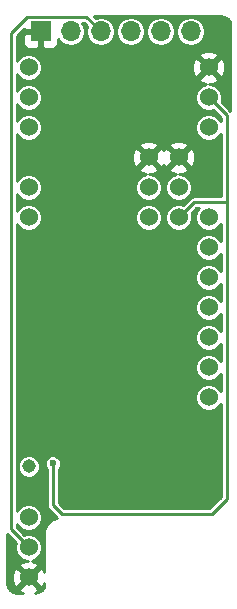
<source format=gbl>
G04 #@! TF.FileFunction,Copper,L2,Bot,Signal*
%FSLAX46Y46*%
G04 Gerber Fmt 4.6, Leading zero omitted, Abs format (unit mm)*
G04 Created by KiCad (PCBNEW 4.0.4-stable) date Monday, 09. January 2017 'u29' 17:29:47*
%MOMM*%
%LPD*%
G01*
G04 APERTURE LIST*
%ADD10C,0.200000*%
%ADD11R,1.700000X1.700000*%
%ADD12O,1.700000X1.700000*%
%ADD13C,1.143000*%
%ADD14C,1.524000*%
%ADD15C,0.600000*%
%ADD16C,0.254000*%
G04 APERTURE END LIST*
D10*
D11*
X142240000Y-81026000D03*
D12*
X144780000Y-81026000D03*
X147320000Y-81026000D03*
X149860000Y-81026000D03*
X152400000Y-81026000D03*
X154940000Y-81026000D03*
D13*
X141224000Y-117856000D03*
D14*
X141224000Y-84074000D03*
X141224000Y-86614000D03*
X141224000Y-94234000D03*
X141224000Y-96774000D03*
X156464000Y-109474000D03*
X156464000Y-106934000D03*
X156464000Y-104394000D03*
X156464000Y-101854000D03*
X156464000Y-89154000D03*
X156464000Y-86614000D03*
X156464000Y-84074000D03*
X153924000Y-91694000D03*
X153924000Y-94234000D03*
X153924000Y-96774000D03*
X151384000Y-91694000D03*
X151384000Y-94234000D03*
X151384000Y-96774000D03*
X141224000Y-124714000D03*
X141224000Y-122174000D03*
X156464000Y-99314000D03*
X156464000Y-96774000D03*
X156464000Y-112014000D03*
X141224000Y-127254000D03*
X141224000Y-89154000D03*
D15*
X145288000Y-113030000D03*
X142748000Y-112268000D03*
X146812000Y-111760000D03*
X150368000Y-112522000D03*
X152908000Y-110236000D03*
X150876000Y-109220000D03*
X148844000Y-109728000D03*
X144780000Y-110744000D03*
X140970000Y-111252000D03*
X143764000Y-108712000D03*
X146304000Y-108712000D03*
X147574000Y-106680000D03*
X151638000Y-107442000D03*
X153670000Y-104394000D03*
X151892000Y-103886000D03*
X148844000Y-105156000D03*
X149098000Y-102870000D03*
X144780000Y-106934000D03*
X141478000Y-107950000D03*
X144018000Y-104902000D03*
X146050000Y-103124000D03*
X141732000Y-103378000D03*
X143256000Y-117602000D03*
D16*
X142748000Y-112268000D02*
X144526000Y-112268000D01*
X144526000Y-112268000D02*
X145288000Y-113030000D01*
X150368000Y-112522000D02*
X147574000Y-112522000D01*
X147574000Y-112522000D02*
X146812000Y-111760000D01*
X150876000Y-109220000D02*
X151892000Y-109220000D01*
X151892000Y-109220000D02*
X152908000Y-110236000D01*
X144780000Y-110744000D02*
X145796000Y-109728000D01*
X145796000Y-109728000D02*
X148844000Y-109728000D01*
X143764000Y-108712000D02*
X141224000Y-111252000D01*
X141224000Y-111252000D02*
X140970000Y-111252000D01*
X147574000Y-106680000D02*
X147574000Y-107442000D01*
X147574000Y-107442000D02*
X146304000Y-108712000D01*
X153670000Y-104394000D02*
X153670000Y-105410000D01*
X153670000Y-105410000D02*
X151638000Y-107442000D01*
X148844000Y-105156000D02*
X150114000Y-103886000D01*
X150114000Y-103886000D02*
X151892000Y-103886000D01*
X144780000Y-106934000D02*
X148844000Y-102870000D01*
X148844000Y-102870000D02*
X149098000Y-102870000D01*
X144018000Y-104902000D02*
X144018000Y-105410000D01*
X144018000Y-105410000D02*
X141478000Y-107950000D01*
X141732000Y-103378000D02*
X145796000Y-103378000D01*
X145796000Y-103378000D02*
X146050000Y-103124000D01*
X157988000Y-88138000D02*
X157988000Y-95504000D01*
X157988000Y-95504000D02*
X157988000Y-120650000D01*
X153924000Y-96774000D02*
X155194000Y-95504000D01*
X155194000Y-95504000D02*
X157988000Y-95504000D01*
X156464000Y-86614000D02*
X157988000Y-88138000D01*
X157988000Y-120650000D02*
X156718000Y-121920000D01*
X144018000Y-121920000D02*
X143256000Y-121158000D01*
X156718000Y-121920000D02*
X144018000Y-121920000D01*
X143256000Y-121158000D02*
X143256000Y-120650000D01*
X143256000Y-120650000D02*
X143256000Y-117602000D01*
X141224000Y-124714000D02*
X139700000Y-123190000D01*
X141085199Y-79794999D02*
X146088999Y-79794999D01*
X139700000Y-123190000D02*
X139700000Y-81180198D01*
X139700000Y-81180198D02*
X141085199Y-79794999D01*
X146088999Y-79794999D02*
X147320000Y-81026000D01*
G36*
X157789989Y-79769618D02*
X158052785Y-79945213D01*
X158228382Y-80208011D01*
X158294000Y-80537897D01*
X158294000Y-87725579D01*
X157549286Y-86980866D01*
X157606801Y-86842354D01*
X157607198Y-86387641D01*
X157433554Y-85967388D01*
X157112303Y-85645577D01*
X156692354Y-85471199D01*
X156498340Y-85471030D01*
X156811368Y-85455362D01*
X157195143Y-85296397D01*
X157264608Y-85054213D01*
X156464000Y-84253605D01*
X155663392Y-85054213D01*
X155732857Y-85296397D01*
X156230258Y-85473852D01*
X155817388Y-85644446D01*
X155495577Y-85965697D01*
X155321199Y-86385646D01*
X155320802Y-86840359D01*
X155494446Y-87260612D01*
X155815697Y-87582423D01*
X156235646Y-87756801D01*
X156690359Y-87757198D01*
X156830764Y-87699184D01*
X157480000Y-88348421D01*
X157480000Y-88619797D01*
X157433554Y-88507388D01*
X157112303Y-88185577D01*
X156692354Y-88011199D01*
X156237641Y-88010802D01*
X155817388Y-88184446D01*
X155495577Y-88505697D01*
X155321199Y-88925646D01*
X155320802Y-89380359D01*
X155494446Y-89800612D01*
X155815697Y-90122423D01*
X156235646Y-90296801D01*
X156690359Y-90297198D01*
X157110612Y-90123554D01*
X157432423Y-89802303D01*
X157480000Y-89687725D01*
X157480000Y-94996000D01*
X155194000Y-94996000D01*
X155031850Y-95028254D01*
X154999596Y-95034669D01*
X154834790Y-95144790D01*
X154290866Y-95688714D01*
X154152354Y-95631199D01*
X153697641Y-95630802D01*
X153277388Y-95804446D01*
X152955577Y-96125697D01*
X152781199Y-96545646D01*
X152780802Y-97000359D01*
X152954446Y-97420612D01*
X153275697Y-97742423D01*
X153695646Y-97916801D01*
X154150359Y-97917198D01*
X154570612Y-97743554D01*
X154892423Y-97422303D01*
X155066801Y-97002354D01*
X155067198Y-96547641D01*
X155009184Y-96407236D01*
X155404420Y-96012000D01*
X155609472Y-96012000D01*
X155495577Y-96125697D01*
X155321199Y-96545646D01*
X155320802Y-97000359D01*
X155494446Y-97420612D01*
X155815697Y-97742423D01*
X156235646Y-97916801D01*
X156690359Y-97917198D01*
X157110612Y-97743554D01*
X157432423Y-97422303D01*
X157480000Y-97307725D01*
X157480000Y-98779797D01*
X157433554Y-98667388D01*
X157112303Y-98345577D01*
X156692354Y-98171199D01*
X156237641Y-98170802D01*
X155817388Y-98344446D01*
X155495577Y-98665697D01*
X155321199Y-99085646D01*
X155320802Y-99540359D01*
X155494446Y-99960612D01*
X155815697Y-100282423D01*
X156235646Y-100456801D01*
X156690359Y-100457198D01*
X157110612Y-100283554D01*
X157432423Y-99962303D01*
X157480000Y-99847725D01*
X157480000Y-101319797D01*
X157433554Y-101207388D01*
X157112303Y-100885577D01*
X156692354Y-100711199D01*
X156237641Y-100710802D01*
X155817388Y-100884446D01*
X155495577Y-101205697D01*
X155321199Y-101625646D01*
X155320802Y-102080359D01*
X155494446Y-102500612D01*
X155815697Y-102822423D01*
X156235646Y-102996801D01*
X156690359Y-102997198D01*
X157110612Y-102823554D01*
X157432423Y-102502303D01*
X157480000Y-102387725D01*
X157480000Y-103859797D01*
X157433554Y-103747388D01*
X157112303Y-103425577D01*
X156692354Y-103251199D01*
X156237641Y-103250802D01*
X155817388Y-103424446D01*
X155495577Y-103745697D01*
X155321199Y-104165646D01*
X155320802Y-104620359D01*
X155494446Y-105040612D01*
X155815697Y-105362423D01*
X156235646Y-105536801D01*
X156690359Y-105537198D01*
X157110612Y-105363554D01*
X157432423Y-105042303D01*
X157480000Y-104927725D01*
X157480000Y-106399797D01*
X157433554Y-106287388D01*
X157112303Y-105965577D01*
X156692354Y-105791199D01*
X156237641Y-105790802D01*
X155817388Y-105964446D01*
X155495577Y-106285697D01*
X155321199Y-106705646D01*
X155320802Y-107160359D01*
X155494446Y-107580612D01*
X155815697Y-107902423D01*
X156235646Y-108076801D01*
X156690359Y-108077198D01*
X157110612Y-107903554D01*
X157432423Y-107582303D01*
X157480000Y-107467725D01*
X157480000Y-108939797D01*
X157433554Y-108827388D01*
X157112303Y-108505577D01*
X156692354Y-108331199D01*
X156237641Y-108330802D01*
X155817388Y-108504446D01*
X155495577Y-108825697D01*
X155321199Y-109245646D01*
X155320802Y-109700359D01*
X155494446Y-110120612D01*
X155815697Y-110442423D01*
X156235646Y-110616801D01*
X156690359Y-110617198D01*
X157110612Y-110443554D01*
X157432423Y-110122303D01*
X157480000Y-110007725D01*
X157480000Y-111479797D01*
X157433554Y-111367388D01*
X157112303Y-111045577D01*
X156692354Y-110871199D01*
X156237641Y-110870802D01*
X155817388Y-111044446D01*
X155495577Y-111365697D01*
X155321199Y-111785646D01*
X155320802Y-112240359D01*
X155494446Y-112660612D01*
X155815697Y-112982423D01*
X156235646Y-113156801D01*
X156690359Y-113157198D01*
X157110612Y-112983554D01*
X157432423Y-112662303D01*
X157480000Y-112547725D01*
X157480000Y-120439580D01*
X156507580Y-121412000D01*
X144228420Y-121412000D01*
X143764000Y-120947580D01*
X143764000Y-118057126D01*
X143832987Y-117988259D01*
X143936882Y-117738054D01*
X143937118Y-117467135D01*
X143833661Y-117216748D01*
X143642259Y-117025013D01*
X143392054Y-116921118D01*
X143121135Y-116920882D01*
X142870748Y-117024339D01*
X142679013Y-117215741D01*
X142575118Y-117465946D01*
X142574882Y-117736865D01*
X142678339Y-117987252D01*
X142748000Y-118057034D01*
X142748000Y-121158000D01*
X142786669Y-121352403D01*
X142896790Y-121517210D01*
X143628562Y-122248982D01*
X143335786Y-122307219D01*
X143335785Y-122307219D01*
X143262969Y-122337381D01*
X142933354Y-122557623D01*
X142905489Y-122585489D01*
X142877623Y-122613354D01*
X142657381Y-122942968D01*
X142627219Y-123015785D01*
X142627219Y-123015786D01*
X142549881Y-123404592D01*
X142549881Y-123424488D01*
X142546000Y-123444000D01*
X142546000Y-126763320D01*
X142446397Y-126522857D01*
X142204213Y-126453392D01*
X141403605Y-127254000D01*
X142204213Y-128054608D01*
X142446397Y-127985143D01*
X142546000Y-127705959D01*
X142546000Y-127742103D01*
X142480382Y-128071989D01*
X142304785Y-128334787D01*
X142041989Y-128510382D01*
X141717061Y-128575014D01*
X141955143Y-128476397D01*
X142024608Y-128234213D01*
X141224000Y-127433605D01*
X140423392Y-128234213D01*
X140492857Y-128476397D01*
X140772041Y-128576000D01*
X140227897Y-128576000D01*
X139898011Y-128510382D01*
X139635213Y-128334785D01*
X139459618Y-128071989D01*
X139394000Y-127742103D01*
X139394000Y-127046302D01*
X139814856Y-127046302D01*
X139842638Y-127601368D01*
X140001603Y-127985143D01*
X140243787Y-128054608D01*
X141044395Y-127254000D01*
X140243787Y-126453392D01*
X140001603Y-126522857D01*
X139814856Y-127046302D01*
X139394000Y-127046302D01*
X139394000Y-123602420D01*
X140138714Y-124347135D01*
X140081199Y-124485646D01*
X140080802Y-124940359D01*
X140254446Y-125360612D01*
X140575697Y-125682423D01*
X140995646Y-125856801D01*
X141189660Y-125856970D01*
X140876632Y-125872638D01*
X140492857Y-126031603D01*
X140423392Y-126273787D01*
X141224000Y-127074395D01*
X142024608Y-126273787D01*
X141955143Y-126031603D01*
X141457742Y-125854148D01*
X141870612Y-125683554D01*
X142192423Y-125362303D01*
X142366801Y-124942354D01*
X142367198Y-124487641D01*
X142193554Y-124067388D01*
X141872303Y-123745577D01*
X141452354Y-123571199D01*
X140997641Y-123570802D01*
X140857236Y-123628816D01*
X140208000Y-122979580D01*
X140208000Y-122708203D01*
X140254446Y-122820612D01*
X140575697Y-123142423D01*
X140995646Y-123316801D01*
X141450359Y-123317198D01*
X141870612Y-123143554D01*
X142192423Y-122822303D01*
X142366801Y-122402354D01*
X142367198Y-121947641D01*
X142193554Y-121527388D01*
X141872303Y-121205577D01*
X141452354Y-121031199D01*
X140997641Y-121030802D01*
X140577388Y-121204446D01*
X140255577Y-121525697D01*
X140208000Y-121640275D01*
X140208000Y-118044633D01*
X140271335Y-118044633D01*
X140416039Y-118394843D01*
X140683747Y-118663020D01*
X141033705Y-118808335D01*
X141412633Y-118808665D01*
X141762843Y-118663961D01*
X142031020Y-118396253D01*
X142176335Y-118046295D01*
X142176665Y-117667367D01*
X142031961Y-117317157D01*
X141764253Y-117048980D01*
X141414295Y-116903665D01*
X141035367Y-116903335D01*
X140685157Y-117048039D01*
X140416980Y-117315747D01*
X140271665Y-117665705D01*
X140271335Y-118044633D01*
X140208000Y-118044633D01*
X140208000Y-97308203D01*
X140254446Y-97420612D01*
X140575697Y-97742423D01*
X140995646Y-97916801D01*
X141450359Y-97917198D01*
X141870612Y-97743554D01*
X142192423Y-97422303D01*
X142366801Y-97002354D01*
X142366802Y-97000359D01*
X150240802Y-97000359D01*
X150414446Y-97420612D01*
X150735697Y-97742423D01*
X151155646Y-97916801D01*
X151610359Y-97917198D01*
X152030612Y-97743554D01*
X152352423Y-97422303D01*
X152526801Y-97002354D01*
X152527198Y-96547641D01*
X152353554Y-96127388D01*
X152032303Y-95805577D01*
X151612354Y-95631199D01*
X151157641Y-95630802D01*
X150737388Y-95804446D01*
X150415577Y-96125697D01*
X150241199Y-96545646D01*
X150240802Y-97000359D01*
X142366802Y-97000359D01*
X142367198Y-96547641D01*
X142193554Y-96127388D01*
X141872303Y-95805577D01*
X141452354Y-95631199D01*
X140997641Y-95630802D01*
X140577388Y-95804446D01*
X140255577Y-96125697D01*
X140208000Y-96240275D01*
X140208000Y-94768203D01*
X140254446Y-94880612D01*
X140575697Y-95202423D01*
X140995646Y-95376801D01*
X141450359Y-95377198D01*
X141870612Y-95203554D01*
X142192423Y-94882303D01*
X142366801Y-94462354D01*
X142366802Y-94460359D01*
X150240802Y-94460359D01*
X150414446Y-94880612D01*
X150735697Y-95202423D01*
X151155646Y-95376801D01*
X151610359Y-95377198D01*
X152030612Y-95203554D01*
X152352423Y-94882303D01*
X152526801Y-94462354D01*
X152526802Y-94460359D01*
X152780802Y-94460359D01*
X152954446Y-94880612D01*
X153275697Y-95202423D01*
X153695646Y-95376801D01*
X154150359Y-95377198D01*
X154570612Y-95203554D01*
X154892423Y-94882303D01*
X155066801Y-94462354D01*
X155067198Y-94007641D01*
X154893554Y-93587388D01*
X154572303Y-93265577D01*
X154152354Y-93091199D01*
X153958340Y-93091030D01*
X154271368Y-93075362D01*
X154655143Y-92916397D01*
X154724608Y-92674213D01*
X153924000Y-91873605D01*
X153123392Y-92674213D01*
X153192857Y-92916397D01*
X153690258Y-93093852D01*
X153277388Y-93264446D01*
X152955577Y-93585697D01*
X152781199Y-94005646D01*
X152780802Y-94460359D01*
X152526802Y-94460359D01*
X152527198Y-94007641D01*
X152353554Y-93587388D01*
X152032303Y-93265577D01*
X151612354Y-93091199D01*
X151418340Y-93091030D01*
X151731368Y-93075362D01*
X152115143Y-92916397D01*
X152184608Y-92674213D01*
X151384000Y-91873605D01*
X150583392Y-92674213D01*
X150652857Y-92916397D01*
X151150258Y-93093852D01*
X150737388Y-93264446D01*
X150415577Y-93585697D01*
X150241199Y-94005646D01*
X150240802Y-94460359D01*
X142366802Y-94460359D01*
X142367198Y-94007641D01*
X142193554Y-93587388D01*
X141872303Y-93265577D01*
X141452354Y-93091199D01*
X140997641Y-93090802D01*
X140577388Y-93264446D01*
X140255577Y-93585697D01*
X140208000Y-93700275D01*
X140208000Y-91486302D01*
X149974856Y-91486302D01*
X150002638Y-92041368D01*
X150161603Y-92425143D01*
X150403787Y-92494608D01*
X151204395Y-91694000D01*
X151563605Y-91694000D01*
X152364213Y-92494608D01*
X152606397Y-92425143D01*
X152650453Y-92301656D01*
X152701603Y-92425143D01*
X152943787Y-92494608D01*
X153744395Y-91694000D01*
X154103605Y-91694000D01*
X154904213Y-92494608D01*
X155146397Y-92425143D01*
X155333144Y-91901698D01*
X155305362Y-91346632D01*
X155146397Y-90962857D01*
X154904213Y-90893392D01*
X154103605Y-91694000D01*
X153744395Y-91694000D01*
X152943787Y-90893392D01*
X152701603Y-90962857D01*
X152657547Y-91086344D01*
X152606397Y-90962857D01*
X152364213Y-90893392D01*
X151563605Y-91694000D01*
X151204395Y-91694000D01*
X150403787Y-90893392D01*
X150161603Y-90962857D01*
X149974856Y-91486302D01*
X140208000Y-91486302D01*
X140208000Y-90713787D01*
X150583392Y-90713787D01*
X151384000Y-91514395D01*
X152184608Y-90713787D01*
X153123392Y-90713787D01*
X153924000Y-91514395D01*
X154724608Y-90713787D01*
X154655143Y-90471603D01*
X154131698Y-90284856D01*
X153576632Y-90312638D01*
X153192857Y-90471603D01*
X153123392Y-90713787D01*
X152184608Y-90713787D01*
X152115143Y-90471603D01*
X151591698Y-90284856D01*
X151036632Y-90312638D01*
X150652857Y-90471603D01*
X150583392Y-90713787D01*
X140208000Y-90713787D01*
X140208000Y-89688203D01*
X140254446Y-89800612D01*
X140575697Y-90122423D01*
X140995646Y-90296801D01*
X141450359Y-90297198D01*
X141870612Y-90123554D01*
X142192423Y-89802303D01*
X142366801Y-89382354D01*
X142367198Y-88927641D01*
X142193554Y-88507388D01*
X141872303Y-88185577D01*
X141452354Y-88011199D01*
X140997641Y-88010802D01*
X140577388Y-88184446D01*
X140255577Y-88505697D01*
X140208000Y-88620275D01*
X140208000Y-87148203D01*
X140254446Y-87260612D01*
X140575697Y-87582423D01*
X140995646Y-87756801D01*
X141450359Y-87757198D01*
X141870612Y-87583554D01*
X142192423Y-87262303D01*
X142366801Y-86842354D01*
X142367198Y-86387641D01*
X142193554Y-85967388D01*
X141872303Y-85645577D01*
X141452354Y-85471199D01*
X140997641Y-85470802D01*
X140577388Y-85644446D01*
X140255577Y-85965697D01*
X140208000Y-86080275D01*
X140208000Y-84608203D01*
X140254446Y-84720612D01*
X140575697Y-85042423D01*
X140995646Y-85216801D01*
X141450359Y-85217198D01*
X141870612Y-85043554D01*
X142192423Y-84722303D01*
X142366801Y-84302354D01*
X142367181Y-83866302D01*
X155054856Y-83866302D01*
X155082638Y-84421368D01*
X155241603Y-84805143D01*
X155483787Y-84874608D01*
X156284395Y-84074000D01*
X156643605Y-84074000D01*
X157444213Y-84874608D01*
X157686397Y-84805143D01*
X157873144Y-84281698D01*
X157845362Y-83726632D01*
X157686397Y-83342857D01*
X157444213Y-83273392D01*
X156643605Y-84074000D01*
X156284395Y-84074000D01*
X155483787Y-83273392D01*
X155241603Y-83342857D01*
X155054856Y-83866302D01*
X142367181Y-83866302D01*
X142367198Y-83847641D01*
X142193554Y-83427388D01*
X141872303Y-83105577D01*
X141843910Y-83093787D01*
X155663392Y-83093787D01*
X156464000Y-83894395D01*
X157264608Y-83093787D01*
X157195143Y-82851603D01*
X156671698Y-82664856D01*
X156116632Y-82692638D01*
X155732857Y-82851603D01*
X155663392Y-83093787D01*
X141843910Y-83093787D01*
X141452354Y-82931199D01*
X140997641Y-82930802D01*
X140577388Y-83104446D01*
X140255577Y-83425697D01*
X140208000Y-83540275D01*
X140208000Y-81390618D01*
X140286868Y-81311750D01*
X140755000Y-81311750D01*
X140755000Y-82002309D01*
X140851673Y-82235698D01*
X141030301Y-82414327D01*
X141263690Y-82511000D01*
X141954250Y-82511000D01*
X142113000Y-82352250D01*
X142113000Y-81153000D01*
X140913750Y-81153000D01*
X140755000Y-81311750D01*
X140286868Y-81311750D01*
X140806684Y-80791934D01*
X140913750Y-80899000D01*
X142113000Y-80899000D01*
X142113000Y-80879000D01*
X142367000Y-80879000D01*
X142367000Y-80899000D01*
X142387000Y-80899000D01*
X142387000Y-81153000D01*
X142367000Y-81153000D01*
X142367000Y-82352250D01*
X142525750Y-82511000D01*
X143216310Y-82511000D01*
X143449699Y-82414327D01*
X143628327Y-82235698D01*
X143725000Y-82002309D01*
X143725000Y-81644364D01*
X143909552Y-81920565D01*
X144308917Y-82187413D01*
X144780000Y-82281117D01*
X145251083Y-82187413D01*
X145650448Y-81920565D01*
X145917296Y-81521200D01*
X146011000Y-81050117D01*
X146011000Y-81001883D01*
X145917296Y-80530800D01*
X145765084Y-80302999D01*
X145878579Y-80302999D01*
X146170041Y-80594461D01*
X146089000Y-81001883D01*
X146089000Y-81050117D01*
X146182704Y-81521200D01*
X146449552Y-81920565D01*
X146848917Y-82187413D01*
X147320000Y-82281117D01*
X147791083Y-82187413D01*
X148190448Y-81920565D01*
X148457296Y-81521200D01*
X148551000Y-81050117D01*
X148551000Y-81001883D01*
X148629000Y-81001883D01*
X148629000Y-81050117D01*
X148722704Y-81521200D01*
X148989552Y-81920565D01*
X149388917Y-82187413D01*
X149860000Y-82281117D01*
X150331083Y-82187413D01*
X150730448Y-81920565D01*
X150997296Y-81521200D01*
X151091000Y-81050117D01*
X151091000Y-81001883D01*
X151169000Y-81001883D01*
X151169000Y-81050117D01*
X151262704Y-81521200D01*
X151529552Y-81920565D01*
X151928917Y-82187413D01*
X152400000Y-82281117D01*
X152871083Y-82187413D01*
X153270448Y-81920565D01*
X153537296Y-81521200D01*
X153631000Y-81050117D01*
X153631000Y-81001883D01*
X153709000Y-81001883D01*
X153709000Y-81050117D01*
X153802704Y-81521200D01*
X154069552Y-81920565D01*
X154468917Y-82187413D01*
X154940000Y-82281117D01*
X155411083Y-82187413D01*
X155810448Y-81920565D01*
X156077296Y-81521200D01*
X156171000Y-81050117D01*
X156171000Y-81001883D01*
X156077296Y-80530800D01*
X155810448Y-80131435D01*
X155411083Y-79864587D01*
X154940000Y-79770883D01*
X154468917Y-79864587D01*
X154069552Y-80131435D01*
X153802704Y-80530800D01*
X153709000Y-81001883D01*
X153631000Y-81001883D01*
X153537296Y-80530800D01*
X153270448Y-80131435D01*
X152871083Y-79864587D01*
X152400000Y-79770883D01*
X151928917Y-79864587D01*
X151529552Y-80131435D01*
X151262704Y-80530800D01*
X151169000Y-81001883D01*
X151091000Y-81001883D01*
X150997296Y-80530800D01*
X150730448Y-80131435D01*
X150331083Y-79864587D01*
X149860000Y-79770883D01*
X149388917Y-79864587D01*
X148989552Y-80131435D01*
X148722704Y-80530800D01*
X148629000Y-81001883D01*
X148551000Y-81001883D01*
X148457296Y-80530800D01*
X148190448Y-80131435D01*
X147791083Y-79864587D01*
X147320000Y-79770883D01*
X146872347Y-79859927D01*
X146716420Y-79704000D01*
X157460103Y-79704000D01*
X157789989Y-79769618D01*
X157789989Y-79769618D01*
G37*
X157789989Y-79769618D02*
X158052785Y-79945213D01*
X158228382Y-80208011D01*
X158294000Y-80537897D01*
X158294000Y-87725579D01*
X157549286Y-86980866D01*
X157606801Y-86842354D01*
X157607198Y-86387641D01*
X157433554Y-85967388D01*
X157112303Y-85645577D01*
X156692354Y-85471199D01*
X156498340Y-85471030D01*
X156811368Y-85455362D01*
X157195143Y-85296397D01*
X157264608Y-85054213D01*
X156464000Y-84253605D01*
X155663392Y-85054213D01*
X155732857Y-85296397D01*
X156230258Y-85473852D01*
X155817388Y-85644446D01*
X155495577Y-85965697D01*
X155321199Y-86385646D01*
X155320802Y-86840359D01*
X155494446Y-87260612D01*
X155815697Y-87582423D01*
X156235646Y-87756801D01*
X156690359Y-87757198D01*
X156830764Y-87699184D01*
X157480000Y-88348421D01*
X157480000Y-88619797D01*
X157433554Y-88507388D01*
X157112303Y-88185577D01*
X156692354Y-88011199D01*
X156237641Y-88010802D01*
X155817388Y-88184446D01*
X155495577Y-88505697D01*
X155321199Y-88925646D01*
X155320802Y-89380359D01*
X155494446Y-89800612D01*
X155815697Y-90122423D01*
X156235646Y-90296801D01*
X156690359Y-90297198D01*
X157110612Y-90123554D01*
X157432423Y-89802303D01*
X157480000Y-89687725D01*
X157480000Y-94996000D01*
X155194000Y-94996000D01*
X155031850Y-95028254D01*
X154999596Y-95034669D01*
X154834790Y-95144790D01*
X154290866Y-95688714D01*
X154152354Y-95631199D01*
X153697641Y-95630802D01*
X153277388Y-95804446D01*
X152955577Y-96125697D01*
X152781199Y-96545646D01*
X152780802Y-97000359D01*
X152954446Y-97420612D01*
X153275697Y-97742423D01*
X153695646Y-97916801D01*
X154150359Y-97917198D01*
X154570612Y-97743554D01*
X154892423Y-97422303D01*
X155066801Y-97002354D01*
X155067198Y-96547641D01*
X155009184Y-96407236D01*
X155404420Y-96012000D01*
X155609472Y-96012000D01*
X155495577Y-96125697D01*
X155321199Y-96545646D01*
X155320802Y-97000359D01*
X155494446Y-97420612D01*
X155815697Y-97742423D01*
X156235646Y-97916801D01*
X156690359Y-97917198D01*
X157110612Y-97743554D01*
X157432423Y-97422303D01*
X157480000Y-97307725D01*
X157480000Y-98779797D01*
X157433554Y-98667388D01*
X157112303Y-98345577D01*
X156692354Y-98171199D01*
X156237641Y-98170802D01*
X155817388Y-98344446D01*
X155495577Y-98665697D01*
X155321199Y-99085646D01*
X155320802Y-99540359D01*
X155494446Y-99960612D01*
X155815697Y-100282423D01*
X156235646Y-100456801D01*
X156690359Y-100457198D01*
X157110612Y-100283554D01*
X157432423Y-99962303D01*
X157480000Y-99847725D01*
X157480000Y-101319797D01*
X157433554Y-101207388D01*
X157112303Y-100885577D01*
X156692354Y-100711199D01*
X156237641Y-100710802D01*
X155817388Y-100884446D01*
X155495577Y-101205697D01*
X155321199Y-101625646D01*
X155320802Y-102080359D01*
X155494446Y-102500612D01*
X155815697Y-102822423D01*
X156235646Y-102996801D01*
X156690359Y-102997198D01*
X157110612Y-102823554D01*
X157432423Y-102502303D01*
X157480000Y-102387725D01*
X157480000Y-103859797D01*
X157433554Y-103747388D01*
X157112303Y-103425577D01*
X156692354Y-103251199D01*
X156237641Y-103250802D01*
X155817388Y-103424446D01*
X155495577Y-103745697D01*
X155321199Y-104165646D01*
X155320802Y-104620359D01*
X155494446Y-105040612D01*
X155815697Y-105362423D01*
X156235646Y-105536801D01*
X156690359Y-105537198D01*
X157110612Y-105363554D01*
X157432423Y-105042303D01*
X157480000Y-104927725D01*
X157480000Y-106399797D01*
X157433554Y-106287388D01*
X157112303Y-105965577D01*
X156692354Y-105791199D01*
X156237641Y-105790802D01*
X155817388Y-105964446D01*
X155495577Y-106285697D01*
X155321199Y-106705646D01*
X155320802Y-107160359D01*
X155494446Y-107580612D01*
X155815697Y-107902423D01*
X156235646Y-108076801D01*
X156690359Y-108077198D01*
X157110612Y-107903554D01*
X157432423Y-107582303D01*
X157480000Y-107467725D01*
X157480000Y-108939797D01*
X157433554Y-108827388D01*
X157112303Y-108505577D01*
X156692354Y-108331199D01*
X156237641Y-108330802D01*
X155817388Y-108504446D01*
X155495577Y-108825697D01*
X155321199Y-109245646D01*
X155320802Y-109700359D01*
X155494446Y-110120612D01*
X155815697Y-110442423D01*
X156235646Y-110616801D01*
X156690359Y-110617198D01*
X157110612Y-110443554D01*
X157432423Y-110122303D01*
X157480000Y-110007725D01*
X157480000Y-111479797D01*
X157433554Y-111367388D01*
X157112303Y-111045577D01*
X156692354Y-110871199D01*
X156237641Y-110870802D01*
X155817388Y-111044446D01*
X155495577Y-111365697D01*
X155321199Y-111785646D01*
X155320802Y-112240359D01*
X155494446Y-112660612D01*
X155815697Y-112982423D01*
X156235646Y-113156801D01*
X156690359Y-113157198D01*
X157110612Y-112983554D01*
X157432423Y-112662303D01*
X157480000Y-112547725D01*
X157480000Y-120439580D01*
X156507580Y-121412000D01*
X144228420Y-121412000D01*
X143764000Y-120947580D01*
X143764000Y-118057126D01*
X143832987Y-117988259D01*
X143936882Y-117738054D01*
X143937118Y-117467135D01*
X143833661Y-117216748D01*
X143642259Y-117025013D01*
X143392054Y-116921118D01*
X143121135Y-116920882D01*
X142870748Y-117024339D01*
X142679013Y-117215741D01*
X142575118Y-117465946D01*
X142574882Y-117736865D01*
X142678339Y-117987252D01*
X142748000Y-118057034D01*
X142748000Y-121158000D01*
X142786669Y-121352403D01*
X142896790Y-121517210D01*
X143628562Y-122248982D01*
X143335786Y-122307219D01*
X143335785Y-122307219D01*
X143262969Y-122337381D01*
X142933354Y-122557623D01*
X142905489Y-122585489D01*
X142877623Y-122613354D01*
X142657381Y-122942968D01*
X142627219Y-123015785D01*
X142627219Y-123015786D01*
X142549881Y-123404592D01*
X142549881Y-123424488D01*
X142546000Y-123444000D01*
X142546000Y-126763320D01*
X142446397Y-126522857D01*
X142204213Y-126453392D01*
X141403605Y-127254000D01*
X142204213Y-128054608D01*
X142446397Y-127985143D01*
X142546000Y-127705959D01*
X142546000Y-127742103D01*
X142480382Y-128071989D01*
X142304785Y-128334787D01*
X142041989Y-128510382D01*
X141717061Y-128575014D01*
X141955143Y-128476397D01*
X142024608Y-128234213D01*
X141224000Y-127433605D01*
X140423392Y-128234213D01*
X140492857Y-128476397D01*
X140772041Y-128576000D01*
X140227897Y-128576000D01*
X139898011Y-128510382D01*
X139635213Y-128334785D01*
X139459618Y-128071989D01*
X139394000Y-127742103D01*
X139394000Y-127046302D01*
X139814856Y-127046302D01*
X139842638Y-127601368D01*
X140001603Y-127985143D01*
X140243787Y-128054608D01*
X141044395Y-127254000D01*
X140243787Y-126453392D01*
X140001603Y-126522857D01*
X139814856Y-127046302D01*
X139394000Y-127046302D01*
X139394000Y-123602420D01*
X140138714Y-124347135D01*
X140081199Y-124485646D01*
X140080802Y-124940359D01*
X140254446Y-125360612D01*
X140575697Y-125682423D01*
X140995646Y-125856801D01*
X141189660Y-125856970D01*
X140876632Y-125872638D01*
X140492857Y-126031603D01*
X140423392Y-126273787D01*
X141224000Y-127074395D01*
X142024608Y-126273787D01*
X141955143Y-126031603D01*
X141457742Y-125854148D01*
X141870612Y-125683554D01*
X142192423Y-125362303D01*
X142366801Y-124942354D01*
X142367198Y-124487641D01*
X142193554Y-124067388D01*
X141872303Y-123745577D01*
X141452354Y-123571199D01*
X140997641Y-123570802D01*
X140857236Y-123628816D01*
X140208000Y-122979580D01*
X140208000Y-122708203D01*
X140254446Y-122820612D01*
X140575697Y-123142423D01*
X140995646Y-123316801D01*
X141450359Y-123317198D01*
X141870612Y-123143554D01*
X142192423Y-122822303D01*
X142366801Y-122402354D01*
X142367198Y-121947641D01*
X142193554Y-121527388D01*
X141872303Y-121205577D01*
X141452354Y-121031199D01*
X140997641Y-121030802D01*
X140577388Y-121204446D01*
X140255577Y-121525697D01*
X140208000Y-121640275D01*
X140208000Y-118044633D01*
X140271335Y-118044633D01*
X140416039Y-118394843D01*
X140683747Y-118663020D01*
X141033705Y-118808335D01*
X141412633Y-118808665D01*
X141762843Y-118663961D01*
X142031020Y-118396253D01*
X142176335Y-118046295D01*
X142176665Y-117667367D01*
X142031961Y-117317157D01*
X141764253Y-117048980D01*
X141414295Y-116903665D01*
X141035367Y-116903335D01*
X140685157Y-117048039D01*
X140416980Y-117315747D01*
X140271665Y-117665705D01*
X140271335Y-118044633D01*
X140208000Y-118044633D01*
X140208000Y-97308203D01*
X140254446Y-97420612D01*
X140575697Y-97742423D01*
X140995646Y-97916801D01*
X141450359Y-97917198D01*
X141870612Y-97743554D01*
X142192423Y-97422303D01*
X142366801Y-97002354D01*
X142366802Y-97000359D01*
X150240802Y-97000359D01*
X150414446Y-97420612D01*
X150735697Y-97742423D01*
X151155646Y-97916801D01*
X151610359Y-97917198D01*
X152030612Y-97743554D01*
X152352423Y-97422303D01*
X152526801Y-97002354D01*
X152527198Y-96547641D01*
X152353554Y-96127388D01*
X152032303Y-95805577D01*
X151612354Y-95631199D01*
X151157641Y-95630802D01*
X150737388Y-95804446D01*
X150415577Y-96125697D01*
X150241199Y-96545646D01*
X150240802Y-97000359D01*
X142366802Y-97000359D01*
X142367198Y-96547641D01*
X142193554Y-96127388D01*
X141872303Y-95805577D01*
X141452354Y-95631199D01*
X140997641Y-95630802D01*
X140577388Y-95804446D01*
X140255577Y-96125697D01*
X140208000Y-96240275D01*
X140208000Y-94768203D01*
X140254446Y-94880612D01*
X140575697Y-95202423D01*
X140995646Y-95376801D01*
X141450359Y-95377198D01*
X141870612Y-95203554D01*
X142192423Y-94882303D01*
X142366801Y-94462354D01*
X142366802Y-94460359D01*
X150240802Y-94460359D01*
X150414446Y-94880612D01*
X150735697Y-95202423D01*
X151155646Y-95376801D01*
X151610359Y-95377198D01*
X152030612Y-95203554D01*
X152352423Y-94882303D01*
X152526801Y-94462354D01*
X152526802Y-94460359D01*
X152780802Y-94460359D01*
X152954446Y-94880612D01*
X153275697Y-95202423D01*
X153695646Y-95376801D01*
X154150359Y-95377198D01*
X154570612Y-95203554D01*
X154892423Y-94882303D01*
X155066801Y-94462354D01*
X155067198Y-94007641D01*
X154893554Y-93587388D01*
X154572303Y-93265577D01*
X154152354Y-93091199D01*
X153958340Y-93091030D01*
X154271368Y-93075362D01*
X154655143Y-92916397D01*
X154724608Y-92674213D01*
X153924000Y-91873605D01*
X153123392Y-92674213D01*
X153192857Y-92916397D01*
X153690258Y-93093852D01*
X153277388Y-93264446D01*
X152955577Y-93585697D01*
X152781199Y-94005646D01*
X152780802Y-94460359D01*
X152526802Y-94460359D01*
X152527198Y-94007641D01*
X152353554Y-93587388D01*
X152032303Y-93265577D01*
X151612354Y-93091199D01*
X151418340Y-93091030D01*
X151731368Y-93075362D01*
X152115143Y-92916397D01*
X152184608Y-92674213D01*
X151384000Y-91873605D01*
X150583392Y-92674213D01*
X150652857Y-92916397D01*
X151150258Y-93093852D01*
X150737388Y-93264446D01*
X150415577Y-93585697D01*
X150241199Y-94005646D01*
X150240802Y-94460359D01*
X142366802Y-94460359D01*
X142367198Y-94007641D01*
X142193554Y-93587388D01*
X141872303Y-93265577D01*
X141452354Y-93091199D01*
X140997641Y-93090802D01*
X140577388Y-93264446D01*
X140255577Y-93585697D01*
X140208000Y-93700275D01*
X140208000Y-91486302D01*
X149974856Y-91486302D01*
X150002638Y-92041368D01*
X150161603Y-92425143D01*
X150403787Y-92494608D01*
X151204395Y-91694000D01*
X151563605Y-91694000D01*
X152364213Y-92494608D01*
X152606397Y-92425143D01*
X152650453Y-92301656D01*
X152701603Y-92425143D01*
X152943787Y-92494608D01*
X153744395Y-91694000D01*
X154103605Y-91694000D01*
X154904213Y-92494608D01*
X155146397Y-92425143D01*
X155333144Y-91901698D01*
X155305362Y-91346632D01*
X155146397Y-90962857D01*
X154904213Y-90893392D01*
X154103605Y-91694000D01*
X153744395Y-91694000D01*
X152943787Y-90893392D01*
X152701603Y-90962857D01*
X152657547Y-91086344D01*
X152606397Y-90962857D01*
X152364213Y-90893392D01*
X151563605Y-91694000D01*
X151204395Y-91694000D01*
X150403787Y-90893392D01*
X150161603Y-90962857D01*
X149974856Y-91486302D01*
X140208000Y-91486302D01*
X140208000Y-90713787D01*
X150583392Y-90713787D01*
X151384000Y-91514395D01*
X152184608Y-90713787D01*
X153123392Y-90713787D01*
X153924000Y-91514395D01*
X154724608Y-90713787D01*
X154655143Y-90471603D01*
X154131698Y-90284856D01*
X153576632Y-90312638D01*
X153192857Y-90471603D01*
X153123392Y-90713787D01*
X152184608Y-90713787D01*
X152115143Y-90471603D01*
X151591698Y-90284856D01*
X151036632Y-90312638D01*
X150652857Y-90471603D01*
X150583392Y-90713787D01*
X140208000Y-90713787D01*
X140208000Y-89688203D01*
X140254446Y-89800612D01*
X140575697Y-90122423D01*
X140995646Y-90296801D01*
X141450359Y-90297198D01*
X141870612Y-90123554D01*
X142192423Y-89802303D01*
X142366801Y-89382354D01*
X142367198Y-88927641D01*
X142193554Y-88507388D01*
X141872303Y-88185577D01*
X141452354Y-88011199D01*
X140997641Y-88010802D01*
X140577388Y-88184446D01*
X140255577Y-88505697D01*
X140208000Y-88620275D01*
X140208000Y-87148203D01*
X140254446Y-87260612D01*
X140575697Y-87582423D01*
X140995646Y-87756801D01*
X141450359Y-87757198D01*
X141870612Y-87583554D01*
X142192423Y-87262303D01*
X142366801Y-86842354D01*
X142367198Y-86387641D01*
X142193554Y-85967388D01*
X141872303Y-85645577D01*
X141452354Y-85471199D01*
X140997641Y-85470802D01*
X140577388Y-85644446D01*
X140255577Y-85965697D01*
X140208000Y-86080275D01*
X140208000Y-84608203D01*
X140254446Y-84720612D01*
X140575697Y-85042423D01*
X140995646Y-85216801D01*
X141450359Y-85217198D01*
X141870612Y-85043554D01*
X142192423Y-84722303D01*
X142366801Y-84302354D01*
X142367181Y-83866302D01*
X155054856Y-83866302D01*
X155082638Y-84421368D01*
X155241603Y-84805143D01*
X155483787Y-84874608D01*
X156284395Y-84074000D01*
X156643605Y-84074000D01*
X157444213Y-84874608D01*
X157686397Y-84805143D01*
X157873144Y-84281698D01*
X157845362Y-83726632D01*
X157686397Y-83342857D01*
X157444213Y-83273392D01*
X156643605Y-84074000D01*
X156284395Y-84074000D01*
X155483787Y-83273392D01*
X155241603Y-83342857D01*
X155054856Y-83866302D01*
X142367181Y-83866302D01*
X142367198Y-83847641D01*
X142193554Y-83427388D01*
X141872303Y-83105577D01*
X141843910Y-83093787D01*
X155663392Y-83093787D01*
X156464000Y-83894395D01*
X157264608Y-83093787D01*
X157195143Y-82851603D01*
X156671698Y-82664856D01*
X156116632Y-82692638D01*
X155732857Y-82851603D01*
X155663392Y-83093787D01*
X141843910Y-83093787D01*
X141452354Y-82931199D01*
X140997641Y-82930802D01*
X140577388Y-83104446D01*
X140255577Y-83425697D01*
X140208000Y-83540275D01*
X140208000Y-81390618D01*
X140286868Y-81311750D01*
X140755000Y-81311750D01*
X140755000Y-82002309D01*
X140851673Y-82235698D01*
X141030301Y-82414327D01*
X141263690Y-82511000D01*
X141954250Y-82511000D01*
X142113000Y-82352250D01*
X142113000Y-81153000D01*
X140913750Y-81153000D01*
X140755000Y-81311750D01*
X140286868Y-81311750D01*
X140806684Y-80791934D01*
X140913750Y-80899000D01*
X142113000Y-80899000D01*
X142113000Y-80879000D01*
X142367000Y-80879000D01*
X142367000Y-80899000D01*
X142387000Y-80899000D01*
X142387000Y-81153000D01*
X142367000Y-81153000D01*
X142367000Y-82352250D01*
X142525750Y-82511000D01*
X143216310Y-82511000D01*
X143449699Y-82414327D01*
X143628327Y-82235698D01*
X143725000Y-82002309D01*
X143725000Y-81644364D01*
X143909552Y-81920565D01*
X144308917Y-82187413D01*
X144780000Y-82281117D01*
X145251083Y-82187413D01*
X145650448Y-81920565D01*
X145917296Y-81521200D01*
X146011000Y-81050117D01*
X146011000Y-81001883D01*
X145917296Y-80530800D01*
X145765084Y-80302999D01*
X145878579Y-80302999D01*
X146170041Y-80594461D01*
X146089000Y-81001883D01*
X146089000Y-81050117D01*
X146182704Y-81521200D01*
X146449552Y-81920565D01*
X146848917Y-82187413D01*
X147320000Y-82281117D01*
X147791083Y-82187413D01*
X148190448Y-81920565D01*
X148457296Y-81521200D01*
X148551000Y-81050117D01*
X148551000Y-81001883D01*
X148629000Y-81001883D01*
X148629000Y-81050117D01*
X148722704Y-81521200D01*
X148989552Y-81920565D01*
X149388917Y-82187413D01*
X149860000Y-82281117D01*
X150331083Y-82187413D01*
X150730448Y-81920565D01*
X150997296Y-81521200D01*
X151091000Y-81050117D01*
X151091000Y-81001883D01*
X151169000Y-81001883D01*
X151169000Y-81050117D01*
X151262704Y-81521200D01*
X151529552Y-81920565D01*
X151928917Y-82187413D01*
X152400000Y-82281117D01*
X152871083Y-82187413D01*
X153270448Y-81920565D01*
X153537296Y-81521200D01*
X153631000Y-81050117D01*
X153631000Y-81001883D01*
X153709000Y-81001883D01*
X153709000Y-81050117D01*
X153802704Y-81521200D01*
X154069552Y-81920565D01*
X154468917Y-82187413D01*
X154940000Y-82281117D01*
X155411083Y-82187413D01*
X155810448Y-81920565D01*
X156077296Y-81521200D01*
X156171000Y-81050117D01*
X156171000Y-81001883D01*
X156077296Y-80530800D01*
X155810448Y-80131435D01*
X155411083Y-79864587D01*
X154940000Y-79770883D01*
X154468917Y-79864587D01*
X154069552Y-80131435D01*
X153802704Y-80530800D01*
X153709000Y-81001883D01*
X153631000Y-81001883D01*
X153537296Y-80530800D01*
X153270448Y-80131435D01*
X152871083Y-79864587D01*
X152400000Y-79770883D01*
X151928917Y-79864587D01*
X151529552Y-80131435D01*
X151262704Y-80530800D01*
X151169000Y-81001883D01*
X151091000Y-81001883D01*
X150997296Y-80530800D01*
X150730448Y-80131435D01*
X150331083Y-79864587D01*
X149860000Y-79770883D01*
X149388917Y-79864587D01*
X148989552Y-80131435D01*
X148722704Y-80530800D01*
X148629000Y-81001883D01*
X148551000Y-81001883D01*
X148457296Y-80530800D01*
X148190448Y-80131435D01*
X147791083Y-79864587D01*
X147320000Y-79770883D01*
X146872347Y-79859927D01*
X146716420Y-79704000D01*
X157460103Y-79704000D01*
X157789989Y-79769618D01*
M02*

</source>
